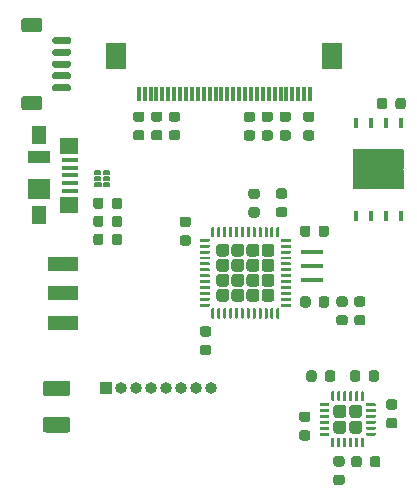
<source format=gbr>
%TF.GenerationSoftware,KiCad,Pcbnew,(5.1.6)-1*%
%TF.CreationDate,2020-07-04T15:59:08+08:00*%
%TF.ProjectId,24RF_Remote_Control,32345246-5f52-4656-9d6f-74655f436f6e,rev?*%
%TF.SameCoordinates,Original*%
%TF.FileFunction,Paste,Bot*%
%TF.FilePolarity,Positive*%
%FSLAX46Y46*%
G04 Gerber Fmt 4.6, Leading zero omitted, Abs format (unit mm)*
G04 Created by KiCad (PCBNEW (5.1.6)-1) date 2020-07-04 15:59:08*
%MOMM*%
%LPD*%
G01*
G04 APERTURE LIST*
%ADD10C,0.152400*%
%ADD11R,4.343400X3.454400*%
%ADD12R,0.381000X0.863600*%
%ADD13R,1.800000X2.200000*%
%ADD14R,0.300000X1.300000*%
%ADD15R,1.380000X0.450000*%
%ADD16R,1.550000X1.425000*%
%ADD17R,1.300000X1.650000*%
%ADD18R,1.900000X1.800000*%
%ADD19R,1.900000X1.000000*%
%ADD20O,1.000000X1.000000*%
%ADD21R,1.000000X1.000000*%
%ADD22R,2.500000X1.250000*%
%ADD23R,1.900000X0.400000*%
%ADD24R,0.520000X0.300000*%
%ADD25R,0.550000X0.300000*%
G04 APERTURE END LIST*
D10*
%TO.C,U7*%
X160959720Y-82017520D02*
X159711920Y-82017520D01*
X159711920Y-82017520D02*
X159711920Y-80490320D01*
X159711920Y-80490320D02*
X160959720Y-80490320D01*
X160959720Y-80490320D02*
X160959720Y-82017520D01*
X159511920Y-82017520D02*
X158264120Y-82017520D01*
X158264120Y-82017520D02*
X158264120Y-80490320D01*
X158264120Y-80490320D02*
X159511920Y-80490320D01*
X159511920Y-80490320D02*
X159511920Y-82017520D01*
X158064120Y-82017520D02*
X156816320Y-82017520D01*
X156816320Y-82017520D02*
X156816320Y-80490320D01*
X156816320Y-80490320D02*
X158064120Y-80490320D01*
X158064120Y-80490320D02*
X158064120Y-82017520D01*
X160959720Y-80290320D02*
X159711920Y-80290320D01*
X159711920Y-80290320D02*
X159711920Y-78763120D01*
X159711920Y-78763120D02*
X160959720Y-78763120D01*
X160959720Y-78763120D02*
X160959720Y-80290320D01*
X159511920Y-80290320D02*
X158264120Y-80290320D01*
X158264120Y-80290320D02*
X158264120Y-78763120D01*
X158264120Y-78763120D02*
X159511920Y-78763120D01*
X159511920Y-78763120D02*
X159511920Y-80290320D01*
X158064120Y-80290320D02*
X156816320Y-80290320D01*
X156816320Y-80290320D02*
X156816320Y-78763120D01*
X156816320Y-78763120D02*
X158064120Y-78763120D01*
X158064120Y-78763120D02*
X158064120Y-80290320D01*
%TO.C,U3*%
X134899673Y-81810447D02*
X134899673Y-81560231D01*
X134899673Y-81560231D02*
X135399860Y-81560231D01*
X135399860Y-81560231D02*
X135399860Y-81810447D01*
X135399860Y-81810447D02*
X134899673Y-81810447D01*
X134899673Y-81310448D02*
X134899673Y-81060232D01*
X134899673Y-81060232D02*
X135369888Y-81060232D01*
X135369888Y-81060232D02*
X135369888Y-81310448D01*
X135369888Y-81310448D02*
X134899673Y-81310448D01*
X134899673Y-80810449D02*
X134899673Y-80560233D01*
X134899673Y-80560233D02*
X135369888Y-80560233D01*
X135369888Y-80560233D02*
X135369888Y-80810449D01*
X135369888Y-80810449D02*
X134899673Y-80810449D01*
X135639672Y-80810449D02*
X135639672Y-80560233D01*
X135639672Y-80560233D02*
X136109887Y-80560233D01*
X136109887Y-80560233D02*
X136109887Y-80810449D01*
X136109887Y-80810449D02*
X135639672Y-80810449D01*
X135639672Y-81310448D02*
X135639672Y-81060232D01*
X135639672Y-81060232D02*
X136109887Y-81060232D01*
X136109887Y-81060232D02*
X136109887Y-81310448D01*
X136109887Y-81310448D02*
X135639672Y-81310448D01*
X135639672Y-81810447D02*
X135639672Y-81560231D01*
X135639672Y-81560231D02*
X136109887Y-81560231D01*
X136109887Y-81560231D02*
X136109887Y-81810447D01*
X136109887Y-81810447D02*
X135639672Y-81810447D01*
%TD*%
%TO.C,U4*%
G36*
G01*
X146270917Y-90774483D02*
X146270917Y-91358917D01*
G75*
G02*
X146020917Y-91608917I-250000J0D01*
G01*
X145436483Y-91608917D01*
G75*
G02*
X145186483Y-91358917I0J250000D01*
G01*
X145186483Y-90774483D01*
G75*
G02*
X145436483Y-90524483I250000J0D01*
G01*
X146020917Y-90524483D01*
G75*
G02*
X146270917Y-90774483I0J-250000D01*
G01*
G37*
G36*
G01*
X146270917Y-89499483D02*
X146270917Y-90083917D01*
G75*
G02*
X146020917Y-90333917I-250000J0D01*
G01*
X145436483Y-90333917D01*
G75*
G02*
X145186483Y-90083917I0J250000D01*
G01*
X145186483Y-89499483D01*
G75*
G02*
X145436483Y-89249483I250000J0D01*
G01*
X146020917Y-89249483D01*
G75*
G02*
X146270917Y-89499483I0J-250000D01*
G01*
G37*
G36*
G01*
X146270917Y-88224483D02*
X146270917Y-88808917D01*
G75*
G02*
X146020917Y-89058917I-250000J0D01*
G01*
X145436483Y-89058917D01*
G75*
G02*
X145186483Y-88808917I0J250000D01*
G01*
X145186483Y-88224483D01*
G75*
G02*
X145436483Y-87974483I250000J0D01*
G01*
X146020917Y-87974483D01*
G75*
G02*
X146270917Y-88224483I0J-250000D01*
G01*
G37*
G36*
G01*
X146270917Y-86949483D02*
X146270917Y-87533917D01*
G75*
G02*
X146020917Y-87783917I-250000J0D01*
G01*
X145436483Y-87783917D01*
G75*
G02*
X145186483Y-87533917I0J250000D01*
G01*
X145186483Y-86949483D01*
G75*
G02*
X145436483Y-86699483I250000J0D01*
G01*
X146020917Y-86699483D01*
G75*
G02*
X146270917Y-86949483I0J-250000D01*
G01*
G37*
G36*
G01*
X147545917Y-90774483D02*
X147545917Y-91358917D01*
G75*
G02*
X147295917Y-91608917I-250000J0D01*
G01*
X146711483Y-91608917D01*
G75*
G02*
X146461483Y-91358917I0J250000D01*
G01*
X146461483Y-90774483D01*
G75*
G02*
X146711483Y-90524483I250000J0D01*
G01*
X147295917Y-90524483D01*
G75*
G02*
X147545917Y-90774483I0J-250000D01*
G01*
G37*
G36*
G01*
X147545917Y-89499483D02*
X147545917Y-90083917D01*
G75*
G02*
X147295917Y-90333917I-250000J0D01*
G01*
X146711483Y-90333917D01*
G75*
G02*
X146461483Y-90083917I0J250000D01*
G01*
X146461483Y-89499483D01*
G75*
G02*
X146711483Y-89249483I250000J0D01*
G01*
X147295917Y-89249483D01*
G75*
G02*
X147545917Y-89499483I0J-250000D01*
G01*
G37*
G36*
G01*
X147545917Y-88224483D02*
X147545917Y-88808917D01*
G75*
G02*
X147295917Y-89058917I-250000J0D01*
G01*
X146711483Y-89058917D01*
G75*
G02*
X146461483Y-88808917I0J250000D01*
G01*
X146461483Y-88224483D01*
G75*
G02*
X146711483Y-87974483I250000J0D01*
G01*
X147295917Y-87974483D01*
G75*
G02*
X147545917Y-88224483I0J-250000D01*
G01*
G37*
G36*
G01*
X147545917Y-86949483D02*
X147545917Y-87533917D01*
G75*
G02*
X147295917Y-87783917I-250000J0D01*
G01*
X146711483Y-87783917D01*
G75*
G02*
X146461483Y-87533917I0J250000D01*
G01*
X146461483Y-86949483D01*
G75*
G02*
X146711483Y-86699483I250000J0D01*
G01*
X147295917Y-86699483D01*
G75*
G02*
X147545917Y-86949483I0J-250000D01*
G01*
G37*
G36*
G01*
X148820917Y-90774483D02*
X148820917Y-91358917D01*
G75*
G02*
X148570917Y-91608917I-250000J0D01*
G01*
X147986483Y-91608917D01*
G75*
G02*
X147736483Y-91358917I0J250000D01*
G01*
X147736483Y-90774483D01*
G75*
G02*
X147986483Y-90524483I250000J0D01*
G01*
X148570917Y-90524483D01*
G75*
G02*
X148820917Y-90774483I0J-250000D01*
G01*
G37*
G36*
G01*
X148820917Y-89499483D02*
X148820917Y-90083917D01*
G75*
G02*
X148570917Y-90333917I-250000J0D01*
G01*
X147986483Y-90333917D01*
G75*
G02*
X147736483Y-90083917I0J250000D01*
G01*
X147736483Y-89499483D01*
G75*
G02*
X147986483Y-89249483I250000J0D01*
G01*
X148570917Y-89249483D01*
G75*
G02*
X148820917Y-89499483I0J-250000D01*
G01*
G37*
G36*
G01*
X148820917Y-88224483D02*
X148820917Y-88808917D01*
G75*
G02*
X148570917Y-89058917I-250000J0D01*
G01*
X147986483Y-89058917D01*
G75*
G02*
X147736483Y-88808917I0J250000D01*
G01*
X147736483Y-88224483D01*
G75*
G02*
X147986483Y-87974483I250000J0D01*
G01*
X148570917Y-87974483D01*
G75*
G02*
X148820917Y-88224483I0J-250000D01*
G01*
G37*
G36*
G01*
X148820917Y-86949483D02*
X148820917Y-87533917D01*
G75*
G02*
X148570917Y-87783917I-250000J0D01*
G01*
X147986483Y-87783917D01*
G75*
G02*
X147736483Y-87533917I0J250000D01*
G01*
X147736483Y-86949483D01*
G75*
G02*
X147986483Y-86699483I250000J0D01*
G01*
X148570917Y-86699483D01*
G75*
G02*
X148820917Y-86949483I0J-250000D01*
G01*
G37*
G36*
G01*
X150095917Y-90774483D02*
X150095917Y-91358917D01*
G75*
G02*
X149845917Y-91608917I-250000J0D01*
G01*
X149261483Y-91608917D01*
G75*
G02*
X149011483Y-91358917I0J250000D01*
G01*
X149011483Y-90774483D01*
G75*
G02*
X149261483Y-90524483I250000J0D01*
G01*
X149845917Y-90524483D01*
G75*
G02*
X150095917Y-90774483I0J-250000D01*
G01*
G37*
G36*
G01*
X150095917Y-89499483D02*
X150095917Y-90083917D01*
G75*
G02*
X149845917Y-90333917I-250000J0D01*
G01*
X149261483Y-90333917D01*
G75*
G02*
X149011483Y-90083917I0J250000D01*
G01*
X149011483Y-89499483D01*
G75*
G02*
X149261483Y-89249483I250000J0D01*
G01*
X149845917Y-89249483D01*
G75*
G02*
X150095917Y-89499483I0J-250000D01*
G01*
G37*
G36*
G01*
X150095917Y-88224483D02*
X150095917Y-88808917D01*
G75*
G02*
X149845917Y-89058917I-250000J0D01*
G01*
X149261483Y-89058917D01*
G75*
G02*
X149011483Y-88808917I0J250000D01*
G01*
X149011483Y-88224483D01*
G75*
G02*
X149261483Y-87974483I250000J0D01*
G01*
X149845917Y-87974483D01*
G75*
G02*
X150095917Y-88224483I0J-250000D01*
G01*
G37*
G36*
G01*
X150095917Y-86949483D02*
X150095917Y-87533917D01*
G75*
G02*
X149845917Y-87783917I-250000J0D01*
G01*
X149261483Y-87783917D01*
G75*
G02*
X149011483Y-87533917I0J250000D01*
G01*
X149011483Y-86949483D01*
G75*
G02*
X149261483Y-86699483I250000J0D01*
G01*
X149845917Y-86699483D01*
G75*
G02*
X150095917Y-86949483I0J-250000D01*
G01*
G37*
G36*
G01*
X150516200Y-85341700D02*
X150516200Y-86091700D01*
G75*
G02*
X150453700Y-86154200I-62500J0D01*
G01*
X150328700Y-86154200D01*
G75*
G02*
X150266200Y-86091700I0J62500D01*
G01*
X150266200Y-85341700D01*
G75*
G02*
X150328700Y-85279200I62500J0D01*
G01*
X150453700Y-85279200D01*
G75*
G02*
X150516200Y-85341700I0J-62500D01*
G01*
G37*
G36*
G01*
X150016200Y-85341700D02*
X150016200Y-86091700D01*
G75*
G02*
X149953700Y-86154200I-62500J0D01*
G01*
X149828700Y-86154200D01*
G75*
G02*
X149766200Y-86091700I0J62500D01*
G01*
X149766200Y-85341700D01*
G75*
G02*
X149828700Y-85279200I62500J0D01*
G01*
X149953700Y-85279200D01*
G75*
G02*
X150016200Y-85341700I0J-62500D01*
G01*
G37*
G36*
G01*
X149516200Y-85341700D02*
X149516200Y-86091700D01*
G75*
G02*
X149453700Y-86154200I-62500J0D01*
G01*
X149328700Y-86154200D01*
G75*
G02*
X149266200Y-86091700I0J62500D01*
G01*
X149266200Y-85341700D01*
G75*
G02*
X149328700Y-85279200I62500J0D01*
G01*
X149453700Y-85279200D01*
G75*
G02*
X149516200Y-85341700I0J-62500D01*
G01*
G37*
G36*
G01*
X149016200Y-85341700D02*
X149016200Y-86091700D01*
G75*
G02*
X148953700Y-86154200I-62500J0D01*
G01*
X148828700Y-86154200D01*
G75*
G02*
X148766200Y-86091700I0J62500D01*
G01*
X148766200Y-85341700D01*
G75*
G02*
X148828700Y-85279200I62500J0D01*
G01*
X148953700Y-85279200D01*
G75*
G02*
X149016200Y-85341700I0J-62500D01*
G01*
G37*
G36*
G01*
X148516200Y-85341700D02*
X148516200Y-86091700D01*
G75*
G02*
X148453700Y-86154200I-62500J0D01*
G01*
X148328700Y-86154200D01*
G75*
G02*
X148266200Y-86091700I0J62500D01*
G01*
X148266200Y-85341700D01*
G75*
G02*
X148328700Y-85279200I62500J0D01*
G01*
X148453700Y-85279200D01*
G75*
G02*
X148516200Y-85341700I0J-62500D01*
G01*
G37*
G36*
G01*
X148016200Y-85341700D02*
X148016200Y-86091700D01*
G75*
G02*
X147953700Y-86154200I-62500J0D01*
G01*
X147828700Y-86154200D01*
G75*
G02*
X147766200Y-86091700I0J62500D01*
G01*
X147766200Y-85341700D01*
G75*
G02*
X147828700Y-85279200I62500J0D01*
G01*
X147953700Y-85279200D01*
G75*
G02*
X148016200Y-85341700I0J-62500D01*
G01*
G37*
G36*
G01*
X147516200Y-85341700D02*
X147516200Y-86091700D01*
G75*
G02*
X147453700Y-86154200I-62500J0D01*
G01*
X147328700Y-86154200D01*
G75*
G02*
X147266200Y-86091700I0J62500D01*
G01*
X147266200Y-85341700D01*
G75*
G02*
X147328700Y-85279200I62500J0D01*
G01*
X147453700Y-85279200D01*
G75*
G02*
X147516200Y-85341700I0J-62500D01*
G01*
G37*
G36*
G01*
X147016200Y-85341700D02*
X147016200Y-86091700D01*
G75*
G02*
X146953700Y-86154200I-62500J0D01*
G01*
X146828700Y-86154200D01*
G75*
G02*
X146766200Y-86091700I0J62500D01*
G01*
X146766200Y-85341700D01*
G75*
G02*
X146828700Y-85279200I62500J0D01*
G01*
X146953700Y-85279200D01*
G75*
G02*
X147016200Y-85341700I0J-62500D01*
G01*
G37*
G36*
G01*
X146516200Y-85341700D02*
X146516200Y-86091700D01*
G75*
G02*
X146453700Y-86154200I-62500J0D01*
G01*
X146328700Y-86154200D01*
G75*
G02*
X146266200Y-86091700I0J62500D01*
G01*
X146266200Y-85341700D01*
G75*
G02*
X146328700Y-85279200I62500J0D01*
G01*
X146453700Y-85279200D01*
G75*
G02*
X146516200Y-85341700I0J-62500D01*
G01*
G37*
G36*
G01*
X146016200Y-85341700D02*
X146016200Y-86091700D01*
G75*
G02*
X145953700Y-86154200I-62500J0D01*
G01*
X145828700Y-86154200D01*
G75*
G02*
X145766200Y-86091700I0J62500D01*
G01*
X145766200Y-85341700D01*
G75*
G02*
X145828700Y-85279200I62500J0D01*
G01*
X145953700Y-85279200D01*
G75*
G02*
X146016200Y-85341700I0J-62500D01*
G01*
G37*
G36*
G01*
X145516200Y-85341700D02*
X145516200Y-86091700D01*
G75*
G02*
X145453700Y-86154200I-62500J0D01*
G01*
X145328700Y-86154200D01*
G75*
G02*
X145266200Y-86091700I0J62500D01*
G01*
X145266200Y-85341700D01*
G75*
G02*
X145328700Y-85279200I62500J0D01*
G01*
X145453700Y-85279200D01*
G75*
G02*
X145516200Y-85341700I0J-62500D01*
G01*
G37*
G36*
G01*
X145016200Y-85341700D02*
X145016200Y-86091700D01*
G75*
G02*
X144953700Y-86154200I-62500J0D01*
G01*
X144828700Y-86154200D01*
G75*
G02*
X144766200Y-86091700I0J62500D01*
G01*
X144766200Y-85341700D01*
G75*
G02*
X144828700Y-85279200I62500J0D01*
G01*
X144953700Y-85279200D01*
G75*
G02*
X145016200Y-85341700I0J-62500D01*
G01*
G37*
G36*
G01*
X144641200Y-86341700D02*
X144641200Y-86466700D01*
G75*
G02*
X144578700Y-86529200I-62500J0D01*
G01*
X143828700Y-86529200D01*
G75*
G02*
X143766200Y-86466700I0J62500D01*
G01*
X143766200Y-86341700D01*
G75*
G02*
X143828700Y-86279200I62500J0D01*
G01*
X144578700Y-86279200D01*
G75*
G02*
X144641200Y-86341700I0J-62500D01*
G01*
G37*
G36*
G01*
X144641200Y-86841700D02*
X144641200Y-86966700D01*
G75*
G02*
X144578700Y-87029200I-62500J0D01*
G01*
X143828700Y-87029200D01*
G75*
G02*
X143766200Y-86966700I0J62500D01*
G01*
X143766200Y-86841700D01*
G75*
G02*
X143828700Y-86779200I62500J0D01*
G01*
X144578700Y-86779200D01*
G75*
G02*
X144641200Y-86841700I0J-62500D01*
G01*
G37*
G36*
G01*
X144641200Y-87341700D02*
X144641200Y-87466700D01*
G75*
G02*
X144578700Y-87529200I-62500J0D01*
G01*
X143828700Y-87529200D01*
G75*
G02*
X143766200Y-87466700I0J62500D01*
G01*
X143766200Y-87341700D01*
G75*
G02*
X143828700Y-87279200I62500J0D01*
G01*
X144578700Y-87279200D01*
G75*
G02*
X144641200Y-87341700I0J-62500D01*
G01*
G37*
G36*
G01*
X144641200Y-87841700D02*
X144641200Y-87966700D01*
G75*
G02*
X144578700Y-88029200I-62500J0D01*
G01*
X143828700Y-88029200D01*
G75*
G02*
X143766200Y-87966700I0J62500D01*
G01*
X143766200Y-87841700D01*
G75*
G02*
X143828700Y-87779200I62500J0D01*
G01*
X144578700Y-87779200D01*
G75*
G02*
X144641200Y-87841700I0J-62500D01*
G01*
G37*
G36*
G01*
X144641200Y-88341700D02*
X144641200Y-88466700D01*
G75*
G02*
X144578700Y-88529200I-62500J0D01*
G01*
X143828700Y-88529200D01*
G75*
G02*
X143766200Y-88466700I0J62500D01*
G01*
X143766200Y-88341700D01*
G75*
G02*
X143828700Y-88279200I62500J0D01*
G01*
X144578700Y-88279200D01*
G75*
G02*
X144641200Y-88341700I0J-62500D01*
G01*
G37*
G36*
G01*
X144641200Y-88841700D02*
X144641200Y-88966700D01*
G75*
G02*
X144578700Y-89029200I-62500J0D01*
G01*
X143828700Y-89029200D01*
G75*
G02*
X143766200Y-88966700I0J62500D01*
G01*
X143766200Y-88841700D01*
G75*
G02*
X143828700Y-88779200I62500J0D01*
G01*
X144578700Y-88779200D01*
G75*
G02*
X144641200Y-88841700I0J-62500D01*
G01*
G37*
G36*
G01*
X144641200Y-89341700D02*
X144641200Y-89466700D01*
G75*
G02*
X144578700Y-89529200I-62500J0D01*
G01*
X143828700Y-89529200D01*
G75*
G02*
X143766200Y-89466700I0J62500D01*
G01*
X143766200Y-89341700D01*
G75*
G02*
X143828700Y-89279200I62500J0D01*
G01*
X144578700Y-89279200D01*
G75*
G02*
X144641200Y-89341700I0J-62500D01*
G01*
G37*
G36*
G01*
X144641200Y-89841700D02*
X144641200Y-89966700D01*
G75*
G02*
X144578700Y-90029200I-62500J0D01*
G01*
X143828700Y-90029200D01*
G75*
G02*
X143766200Y-89966700I0J62500D01*
G01*
X143766200Y-89841700D01*
G75*
G02*
X143828700Y-89779200I62500J0D01*
G01*
X144578700Y-89779200D01*
G75*
G02*
X144641200Y-89841700I0J-62500D01*
G01*
G37*
G36*
G01*
X144641200Y-90341700D02*
X144641200Y-90466700D01*
G75*
G02*
X144578700Y-90529200I-62500J0D01*
G01*
X143828700Y-90529200D01*
G75*
G02*
X143766200Y-90466700I0J62500D01*
G01*
X143766200Y-90341700D01*
G75*
G02*
X143828700Y-90279200I62500J0D01*
G01*
X144578700Y-90279200D01*
G75*
G02*
X144641200Y-90341700I0J-62500D01*
G01*
G37*
G36*
G01*
X144641200Y-90841700D02*
X144641200Y-90966700D01*
G75*
G02*
X144578700Y-91029200I-62500J0D01*
G01*
X143828700Y-91029200D01*
G75*
G02*
X143766200Y-90966700I0J62500D01*
G01*
X143766200Y-90841700D01*
G75*
G02*
X143828700Y-90779200I62500J0D01*
G01*
X144578700Y-90779200D01*
G75*
G02*
X144641200Y-90841700I0J-62500D01*
G01*
G37*
G36*
G01*
X144641200Y-91341700D02*
X144641200Y-91466700D01*
G75*
G02*
X144578700Y-91529200I-62500J0D01*
G01*
X143828700Y-91529200D01*
G75*
G02*
X143766200Y-91466700I0J62500D01*
G01*
X143766200Y-91341700D01*
G75*
G02*
X143828700Y-91279200I62500J0D01*
G01*
X144578700Y-91279200D01*
G75*
G02*
X144641200Y-91341700I0J-62500D01*
G01*
G37*
G36*
G01*
X144641200Y-91841700D02*
X144641200Y-91966700D01*
G75*
G02*
X144578700Y-92029200I-62500J0D01*
G01*
X143828700Y-92029200D01*
G75*
G02*
X143766200Y-91966700I0J62500D01*
G01*
X143766200Y-91841700D01*
G75*
G02*
X143828700Y-91779200I62500J0D01*
G01*
X144578700Y-91779200D01*
G75*
G02*
X144641200Y-91841700I0J-62500D01*
G01*
G37*
G36*
G01*
X145016200Y-92216700D02*
X145016200Y-92966700D01*
G75*
G02*
X144953700Y-93029200I-62500J0D01*
G01*
X144828700Y-93029200D01*
G75*
G02*
X144766200Y-92966700I0J62500D01*
G01*
X144766200Y-92216700D01*
G75*
G02*
X144828700Y-92154200I62500J0D01*
G01*
X144953700Y-92154200D01*
G75*
G02*
X145016200Y-92216700I0J-62500D01*
G01*
G37*
G36*
G01*
X145516200Y-92216700D02*
X145516200Y-92966700D01*
G75*
G02*
X145453700Y-93029200I-62500J0D01*
G01*
X145328700Y-93029200D01*
G75*
G02*
X145266200Y-92966700I0J62500D01*
G01*
X145266200Y-92216700D01*
G75*
G02*
X145328700Y-92154200I62500J0D01*
G01*
X145453700Y-92154200D01*
G75*
G02*
X145516200Y-92216700I0J-62500D01*
G01*
G37*
G36*
G01*
X146016200Y-92216700D02*
X146016200Y-92966700D01*
G75*
G02*
X145953700Y-93029200I-62500J0D01*
G01*
X145828700Y-93029200D01*
G75*
G02*
X145766200Y-92966700I0J62500D01*
G01*
X145766200Y-92216700D01*
G75*
G02*
X145828700Y-92154200I62500J0D01*
G01*
X145953700Y-92154200D01*
G75*
G02*
X146016200Y-92216700I0J-62500D01*
G01*
G37*
G36*
G01*
X146516200Y-92216700D02*
X146516200Y-92966700D01*
G75*
G02*
X146453700Y-93029200I-62500J0D01*
G01*
X146328700Y-93029200D01*
G75*
G02*
X146266200Y-92966700I0J62500D01*
G01*
X146266200Y-92216700D01*
G75*
G02*
X146328700Y-92154200I62500J0D01*
G01*
X146453700Y-92154200D01*
G75*
G02*
X146516200Y-92216700I0J-62500D01*
G01*
G37*
G36*
G01*
X147016200Y-92216700D02*
X147016200Y-92966700D01*
G75*
G02*
X146953700Y-93029200I-62500J0D01*
G01*
X146828700Y-93029200D01*
G75*
G02*
X146766200Y-92966700I0J62500D01*
G01*
X146766200Y-92216700D01*
G75*
G02*
X146828700Y-92154200I62500J0D01*
G01*
X146953700Y-92154200D01*
G75*
G02*
X147016200Y-92216700I0J-62500D01*
G01*
G37*
G36*
G01*
X147516200Y-92216700D02*
X147516200Y-92966700D01*
G75*
G02*
X147453700Y-93029200I-62500J0D01*
G01*
X147328700Y-93029200D01*
G75*
G02*
X147266200Y-92966700I0J62500D01*
G01*
X147266200Y-92216700D01*
G75*
G02*
X147328700Y-92154200I62500J0D01*
G01*
X147453700Y-92154200D01*
G75*
G02*
X147516200Y-92216700I0J-62500D01*
G01*
G37*
G36*
G01*
X148016200Y-92216700D02*
X148016200Y-92966700D01*
G75*
G02*
X147953700Y-93029200I-62500J0D01*
G01*
X147828700Y-93029200D01*
G75*
G02*
X147766200Y-92966700I0J62500D01*
G01*
X147766200Y-92216700D01*
G75*
G02*
X147828700Y-92154200I62500J0D01*
G01*
X147953700Y-92154200D01*
G75*
G02*
X148016200Y-92216700I0J-62500D01*
G01*
G37*
G36*
G01*
X148516200Y-92216700D02*
X148516200Y-92966700D01*
G75*
G02*
X148453700Y-93029200I-62500J0D01*
G01*
X148328700Y-93029200D01*
G75*
G02*
X148266200Y-92966700I0J62500D01*
G01*
X148266200Y-92216700D01*
G75*
G02*
X148328700Y-92154200I62500J0D01*
G01*
X148453700Y-92154200D01*
G75*
G02*
X148516200Y-92216700I0J-62500D01*
G01*
G37*
G36*
G01*
X149016200Y-92216700D02*
X149016200Y-92966700D01*
G75*
G02*
X148953700Y-93029200I-62500J0D01*
G01*
X148828700Y-93029200D01*
G75*
G02*
X148766200Y-92966700I0J62500D01*
G01*
X148766200Y-92216700D01*
G75*
G02*
X148828700Y-92154200I62500J0D01*
G01*
X148953700Y-92154200D01*
G75*
G02*
X149016200Y-92216700I0J-62500D01*
G01*
G37*
G36*
G01*
X149516200Y-92216700D02*
X149516200Y-92966700D01*
G75*
G02*
X149453700Y-93029200I-62500J0D01*
G01*
X149328700Y-93029200D01*
G75*
G02*
X149266200Y-92966700I0J62500D01*
G01*
X149266200Y-92216700D01*
G75*
G02*
X149328700Y-92154200I62500J0D01*
G01*
X149453700Y-92154200D01*
G75*
G02*
X149516200Y-92216700I0J-62500D01*
G01*
G37*
G36*
G01*
X150016200Y-92216700D02*
X150016200Y-92966700D01*
G75*
G02*
X149953700Y-93029200I-62500J0D01*
G01*
X149828700Y-93029200D01*
G75*
G02*
X149766200Y-92966700I0J62500D01*
G01*
X149766200Y-92216700D01*
G75*
G02*
X149828700Y-92154200I62500J0D01*
G01*
X149953700Y-92154200D01*
G75*
G02*
X150016200Y-92216700I0J-62500D01*
G01*
G37*
G36*
G01*
X150516200Y-92216700D02*
X150516200Y-92966700D01*
G75*
G02*
X150453700Y-93029200I-62500J0D01*
G01*
X150328700Y-93029200D01*
G75*
G02*
X150266200Y-92966700I0J62500D01*
G01*
X150266200Y-92216700D01*
G75*
G02*
X150328700Y-92154200I62500J0D01*
G01*
X150453700Y-92154200D01*
G75*
G02*
X150516200Y-92216700I0J-62500D01*
G01*
G37*
G36*
G01*
X151516200Y-91841700D02*
X151516200Y-91966700D01*
G75*
G02*
X151453700Y-92029200I-62500J0D01*
G01*
X150703700Y-92029200D01*
G75*
G02*
X150641200Y-91966700I0J62500D01*
G01*
X150641200Y-91841700D01*
G75*
G02*
X150703700Y-91779200I62500J0D01*
G01*
X151453700Y-91779200D01*
G75*
G02*
X151516200Y-91841700I0J-62500D01*
G01*
G37*
G36*
G01*
X151516200Y-91341700D02*
X151516200Y-91466700D01*
G75*
G02*
X151453700Y-91529200I-62500J0D01*
G01*
X150703700Y-91529200D01*
G75*
G02*
X150641200Y-91466700I0J62500D01*
G01*
X150641200Y-91341700D01*
G75*
G02*
X150703700Y-91279200I62500J0D01*
G01*
X151453700Y-91279200D01*
G75*
G02*
X151516200Y-91341700I0J-62500D01*
G01*
G37*
G36*
G01*
X151516200Y-90841700D02*
X151516200Y-90966700D01*
G75*
G02*
X151453700Y-91029200I-62500J0D01*
G01*
X150703700Y-91029200D01*
G75*
G02*
X150641200Y-90966700I0J62500D01*
G01*
X150641200Y-90841700D01*
G75*
G02*
X150703700Y-90779200I62500J0D01*
G01*
X151453700Y-90779200D01*
G75*
G02*
X151516200Y-90841700I0J-62500D01*
G01*
G37*
G36*
G01*
X151516200Y-90341700D02*
X151516200Y-90466700D01*
G75*
G02*
X151453700Y-90529200I-62500J0D01*
G01*
X150703700Y-90529200D01*
G75*
G02*
X150641200Y-90466700I0J62500D01*
G01*
X150641200Y-90341700D01*
G75*
G02*
X150703700Y-90279200I62500J0D01*
G01*
X151453700Y-90279200D01*
G75*
G02*
X151516200Y-90341700I0J-62500D01*
G01*
G37*
G36*
G01*
X151516200Y-89841700D02*
X151516200Y-89966700D01*
G75*
G02*
X151453700Y-90029200I-62500J0D01*
G01*
X150703700Y-90029200D01*
G75*
G02*
X150641200Y-89966700I0J62500D01*
G01*
X150641200Y-89841700D01*
G75*
G02*
X150703700Y-89779200I62500J0D01*
G01*
X151453700Y-89779200D01*
G75*
G02*
X151516200Y-89841700I0J-62500D01*
G01*
G37*
G36*
G01*
X151516200Y-89341700D02*
X151516200Y-89466700D01*
G75*
G02*
X151453700Y-89529200I-62500J0D01*
G01*
X150703700Y-89529200D01*
G75*
G02*
X150641200Y-89466700I0J62500D01*
G01*
X150641200Y-89341700D01*
G75*
G02*
X150703700Y-89279200I62500J0D01*
G01*
X151453700Y-89279200D01*
G75*
G02*
X151516200Y-89341700I0J-62500D01*
G01*
G37*
G36*
G01*
X151516200Y-88841700D02*
X151516200Y-88966700D01*
G75*
G02*
X151453700Y-89029200I-62500J0D01*
G01*
X150703700Y-89029200D01*
G75*
G02*
X150641200Y-88966700I0J62500D01*
G01*
X150641200Y-88841700D01*
G75*
G02*
X150703700Y-88779200I62500J0D01*
G01*
X151453700Y-88779200D01*
G75*
G02*
X151516200Y-88841700I0J-62500D01*
G01*
G37*
G36*
G01*
X151516200Y-88341700D02*
X151516200Y-88466700D01*
G75*
G02*
X151453700Y-88529200I-62500J0D01*
G01*
X150703700Y-88529200D01*
G75*
G02*
X150641200Y-88466700I0J62500D01*
G01*
X150641200Y-88341700D01*
G75*
G02*
X150703700Y-88279200I62500J0D01*
G01*
X151453700Y-88279200D01*
G75*
G02*
X151516200Y-88341700I0J-62500D01*
G01*
G37*
G36*
G01*
X151516200Y-87841700D02*
X151516200Y-87966700D01*
G75*
G02*
X151453700Y-88029200I-62500J0D01*
G01*
X150703700Y-88029200D01*
G75*
G02*
X150641200Y-87966700I0J62500D01*
G01*
X150641200Y-87841700D01*
G75*
G02*
X150703700Y-87779200I62500J0D01*
G01*
X151453700Y-87779200D01*
G75*
G02*
X151516200Y-87841700I0J-62500D01*
G01*
G37*
G36*
G01*
X151516200Y-87341700D02*
X151516200Y-87466700D01*
G75*
G02*
X151453700Y-87529200I-62500J0D01*
G01*
X150703700Y-87529200D01*
G75*
G02*
X150641200Y-87466700I0J62500D01*
G01*
X150641200Y-87341700D01*
G75*
G02*
X150703700Y-87279200I62500J0D01*
G01*
X151453700Y-87279200D01*
G75*
G02*
X151516200Y-87341700I0J-62500D01*
G01*
G37*
G36*
G01*
X151516200Y-86841700D02*
X151516200Y-86966700D01*
G75*
G02*
X151453700Y-87029200I-62500J0D01*
G01*
X150703700Y-87029200D01*
G75*
G02*
X150641200Y-86966700I0J62500D01*
G01*
X150641200Y-86841700D01*
G75*
G02*
X150703700Y-86779200I62500J0D01*
G01*
X151453700Y-86779200D01*
G75*
G02*
X151516200Y-86841700I0J-62500D01*
G01*
G37*
G36*
G01*
X151516200Y-86341700D02*
X151516200Y-86466700D01*
G75*
G02*
X151453700Y-86529200I-62500J0D01*
G01*
X150703700Y-86529200D01*
G75*
G02*
X150641200Y-86466700I0J62500D01*
G01*
X150641200Y-86341700D01*
G75*
G02*
X150703700Y-86279200I62500J0D01*
G01*
X151453700Y-86279200D01*
G75*
G02*
X151516200Y-86341700I0J-62500D01*
G01*
G37*
%TD*%
D11*
%TO.C,U7*%
X158888020Y-80390320D03*
D12*
X160793020Y-76466020D03*
X159523020Y-76466020D03*
X158253020Y-76466020D03*
X156983020Y-76466020D03*
X156983020Y-84314620D03*
X158253020Y-84314620D03*
X159523020Y-84314620D03*
X160793020Y-84314620D03*
%TD*%
D13*
%TO.C,J4*%
X155018000Y-70789040D03*
X136718000Y-70789040D03*
D14*
X138618000Y-74039040D03*
X139118000Y-74039040D03*
X139618000Y-74039040D03*
X140118000Y-74039040D03*
X140618000Y-74039040D03*
X141118000Y-74039040D03*
X141618000Y-74039040D03*
X142118000Y-74039040D03*
X142618000Y-74039040D03*
X143118000Y-74039040D03*
X143618000Y-74039040D03*
X144118000Y-74039040D03*
X144618000Y-74039040D03*
X145118000Y-74039040D03*
X145618000Y-74039040D03*
X146118000Y-74039040D03*
X146618000Y-74039040D03*
X147118000Y-74039040D03*
X147618000Y-74039040D03*
X148118000Y-74039040D03*
X148618000Y-74039040D03*
X149118000Y-74039040D03*
X149618000Y-74039040D03*
X150118000Y-74039040D03*
X150618000Y-74039040D03*
X151118000Y-74039040D03*
X151618000Y-74039040D03*
X152118000Y-74039040D03*
X152618000Y-74039040D03*
X153118000Y-74039040D03*
%TD*%
%TO.C,C7*%
G36*
G01*
X155251460Y-97647370D02*
X155251460Y-98159870D01*
G75*
G02*
X155032710Y-98378620I-218750J0D01*
G01*
X154595210Y-98378620D01*
G75*
G02*
X154376460Y-98159870I0J218750D01*
G01*
X154376460Y-97647370D01*
G75*
G02*
X154595210Y-97428620I218750J0D01*
G01*
X155032710Y-97428620D01*
G75*
G02*
X155251460Y-97647370I0J-218750D01*
G01*
G37*
G36*
G01*
X153676460Y-97647370D02*
X153676460Y-98159870D01*
G75*
G02*
X153457710Y-98378620I-218750J0D01*
G01*
X153020210Y-98378620D01*
G75*
G02*
X152801460Y-98159870I0J218750D01*
G01*
X152801460Y-97647370D01*
G75*
G02*
X153020210Y-97428620I218750J0D01*
G01*
X153457710Y-97428620D01*
G75*
G02*
X153676460Y-97647370I0J-218750D01*
G01*
G37*
%TD*%
%TO.C,C8*%
G36*
G01*
X156499700Y-98152250D02*
X156499700Y-97639750D01*
G75*
G02*
X156718450Y-97421000I218750J0D01*
G01*
X157155950Y-97421000D01*
G75*
G02*
X157374700Y-97639750I0J-218750D01*
G01*
X157374700Y-98152250D01*
G75*
G02*
X157155950Y-98371000I-218750J0D01*
G01*
X156718450Y-98371000D01*
G75*
G02*
X156499700Y-98152250I0J218750D01*
G01*
G37*
G36*
G01*
X158074700Y-98152250D02*
X158074700Y-97639750D01*
G75*
G02*
X158293450Y-97421000I218750J0D01*
G01*
X158730950Y-97421000D01*
G75*
G02*
X158949700Y-97639750I0J-218750D01*
G01*
X158949700Y-98152250D01*
G75*
G02*
X158730950Y-98371000I-218750J0D01*
G01*
X158293450Y-98371000D01*
G75*
G02*
X158074700Y-98152250I0J218750D01*
G01*
G37*
%TD*%
%TO.C,C9*%
G36*
G01*
X158189400Y-105413930D02*
X158189400Y-104901430D01*
G75*
G02*
X158408150Y-104682680I218750J0D01*
G01*
X158845650Y-104682680D01*
G75*
G02*
X159064400Y-104901430I0J-218750D01*
G01*
X159064400Y-105413930D01*
G75*
G02*
X158845650Y-105632680I-218750J0D01*
G01*
X158408150Y-105632680D01*
G75*
G02*
X158189400Y-105413930I0J218750D01*
G01*
G37*
G36*
G01*
X156614400Y-105413930D02*
X156614400Y-104901430D01*
G75*
G02*
X156833150Y-104682680I218750J0D01*
G01*
X157270650Y-104682680D01*
G75*
G02*
X157489400Y-104901430I0J-218750D01*
G01*
X157489400Y-105413930D01*
G75*
G02*
X157270650Y-105632680I-218750J0D01*
G01*
X156833150Y-105632680D01*
G75*
G02*
X156614400Y-105413930I0J218750D01*
G01*
G37*
%TD*%
%TO.C,C10*%
G36*
G01*
X161227940Y-74574910D02*
X161227940Y-75087410D01*
G75*
G02*
X161009190Y-75306160I-218750J0D01*
G01*
X160571690Y-75306160D01*
G75*
G02*
X160352940Y-75087410I0J218750D01*
G01*
X160352940Y-74574910D01*
G75*
G02*
X160571690Y-74356160I218750J0D01*
G01*
X161009190Y-74356160D01*
G75*
G02*
X161227940Y-74574910I0J-218750D01*
G01*
G37*
G36*
G01*
X159652940Y-74574910D02*
X159652940Y-75087410D01*
G75*
G02*
X159434190Y-75306160I-218750J0D01*
G01*
X158996690Y-75306160D01*
G75*
G02*
X158777940Y-75087410I0J218750D01*
G01*
X158777940Y-74574910D01*
G75*
G02*
X158996690Y-74356160I218750J0D01*
G01*
X159434190Y-74356160D01*
G75*
G02*
X159652940Y-74574910I0J-218750D01*
G01*
G37*
%TD*%
%TO.C,C11*%
G36*
G01*
X160289810Y-102326480D02*
X159777310Y-102326480D01*
G75*
G02*
X159558560Y-102107730I0J218750D01*
G01*
X159558560Y-101670230D01*
G75*
G02*
X159777310Y-101451480I218750J0D01*
G01*
X160289810Y-101451480D01*
G75*
G02*
X160508560Y-101670230I0J-218750D01*
G01*
X160508560Y-102107730D01*
G75*
G02*
X160289810Y-102326480I-218750J0D01*
G01*
G37*
G36*
G01*
X160289810Y-100751480D02*
X159777310Y-100751480D01*
G75*
G02*
X159558560Y-100532730I0J218750D01*
G01*
X159558560Y-100095230D01*
G75*
G02*
X159777310Y-99876480I218750J0D01*
G01*
X160289810Y-99876480D01*
G75*
G02*
X160508560Y-100095230I0J-218750D01*
G01*
X160508560Y-100532730D01*
G75*
G02*
X160289810Y-100751480I-218750J0D01*
G01*
G37*
%TD*%
%TO.C,C12*%
G36*
G01*
X149243450Y-75509600D02*
X149755950Y-75509600D01*
G75*
G02*
X149974700Y-75728350I0J-218750D01*
G01*
X149974700Y-76165850D01*
G75*
G02*
X149755950Y-76384600I-218750J0D01*
G01*
X149243450Y-76384600D01*
G75*
G02*
X149024700Y-76165850I0J218750D01*
G01*
X149024700Y-75728350D01*
G75*
G02*
X149243450Y-75509600I218750J0D01*
G01*
G37*
G36*
G01*
X149243450Y-77084600D02*
X149755950Y-77084600D01*
G75*
G02*
X149974700Y-77303350I0J-218750D01*
G01*
X149974700Y-77740850D01*
G75*
G02*
X149755950Y-77959600I-218750J0D01*
G01*
X149243450Y-77959600D01*
G75*
G02*
X149024700Y-77740850I0J218750D01*
G01*
X149024700Y-77303350D01*
G75*
G02*
X149243450Y-77084600I218750J0D01*
G01*
G37*
%TD*%
%TO.C,C13*%
G36*
G01*
X151269410Y-76384600D02*
X150756910Y-76384600D01*
G75*
G02*
X150538160Y-76165850I0J218750D01*
G01*
X150538160Y-75728350D01*
G75*
G02*
X150756910Y-75509600I218750J0D01*
G01*
X151269410Y-75509600D01*
G75*
G02*
X151488160Y-75728350I0J-218750D01*
G01*
X151488160Y-76165850D01*
G75*
G02*
X151269410Y-76384600I-218750J0D01*
G01*
G37*
G36*
G01*
X151269410Y-77959600D02*
X150756910Y-77959600D01*
G75*
G02*
X150538160Y-77740850I0J218750D01*
G01*
X150538160Y-77303350D01*
G75*
G02*
X150756910Y-77084600I218750J0D01*
G01*
X151269410Y-77084600D01*
G75*
G02*
X151488160Y-77303350I0J-218750D01*
G01*
X151488160Y-77740850D01*
G75*
G02*
X151269410Y-77959600I-218750J0D01*
G01*
G37*
%TD*%
%TO.C,C14*%
G36*
G01*
X147729610Y-77084600D02*
X148242110Y-77084600D01*
G75*
G02*
X148460860Y-77303350I0J-218750D01*
G01*
X148460860Y-77740850D01*
G75*
G02*
X148242110Y-77959600I-218750J0D01*
G01*
X147729610Y-77959600D01*
G75*
G02*
X147510860Y-77740850I0J218750D01*
G01*
X147510860Y-77303350D01*
G75*
G02*
X147729610Y-77084600I218750J0D01*
G01*
G37*
G36*
G01*
X147729610Y-75509600D02*
X148242110Y-75509600D01*
G75*
G02*
X148460860Y-75728350I0J-218750D01*
G01*
X148460860Y-76165850D01*
G75*
G02*
X148242110Y-76384600I-218750J0D01*
G01*
X147729610Y-76384600D01*
G75*
G02*
X147510860Y-76165850I0J218750D01*
G01*
X147510860Y-75728350D01*
G75*
G02*
X147729610Y-75509600I218750J0D01*
G01*
G37*
%TD*%
%TO.C,C15*%
G36*
G01*
X139873390Y-75501980D02*
X140385890Y-75501980D01*
G75*
G02*
X140604640Y-75720730I0J-218750D01*
G01*
X140604640Y-76158230D01*
G75*
G02*
X140385890Y-76376980I-218750J0D01*
G01*
X139873390Y-76376980D01*
G75*
G02*
X139654640Y-76158230I0J218750D01*
G01*
X139654640Y-75720730D01*
G75*
G02*
X139873390Y-75501980I218750J0D01*
G01*
G37*
G36*
G01*
X139873390Y-77076980D02*
X140385890Y-77076980D01*
G75*
G02*
X140604640Y-77295730I0J-218750D01*
G01*
X140604640Y-77733230D01*
G75*
G02*
X140385890Y-77951980I-218750J0D01*
G01*
X139873390Y-77951980D01*
G75*
G02*
X139654640Y-77733230I0J218750D01*
G01*
X139654640Y-77295730D01*
G75*
G02*
X139873390Y-77076980I218750J0D01*
G01*
G37*
%TD*%
%TO.C,C16*%
G36*
G01*
X138357010Y-77076980D02*
X138869510Y-77076980D01*
G75*
G02*
X139088260Y-77295730I0J-218750D01*
G01*
X139088260Y-77733230D01*
G75*
G02*
X138869510Y-77951980I-218750J0D01*
G01*
X138357010Y-77951980D01*
G75*
G02*
X138138260Y-77733230I0J218750D01*
G01*
X138138260Y-77295730D01*
G75*
G02*
X138357010Y-77076980I218750J0D01*
G01*
G37*
G36*
G01*
X138357010Y-75501980D02*
X138869510Y-75501980D01*
G75*
G02*
X139088260Y-75720730I0J-218750D01*
G01*
X139088260Y-76158230D01*
G75*
G02*
X138869510Y-76376980I-218750J0D01*
G01*
X138357010Y-76376980D01*
G75*
G02*
X138138260Y-76158230I0J218750D01*
G01*
X138138260Y-75720730D01*
G75*
G02*
X138357010Y-75501980I218750J0D01*
G01*
G37*
%TD*%
%TO.C,C17*%
G36*
G01*
X130733179Y-98281720D02*
X132583181Y-98281720D01*
G75*
G02*
X132833180Y-98531719I0J-249999D01*
G01*
X132833180Y-99356721D01*
G75*
G02*
X132583181Y-99606720I-249999J0D01*
G01*
X130733179Y-99606720D01*
G75*
G02*
X130483180Y-99356721I0J249999D01*
G01*
X130483180Y-98531719D01*
G75*
G02*
X130733179Y-98281720I249999J0D01*
G01*
G37*
G36*
G01*
X130733179Y-101356720D02*
X132583181Y-101356720D01*
G75*
G02*
X132833180Y-101606719I0J-249999D01*
G01*
X132833180Y-102431721D01*
G75*
G02*
X132583181Y-102681720I-249999J0D01*
G01*
X130733179Y-102681720D01*
G75*
G02*
X130483180Y-102431721I0J249999D01*
G01*
X130483180Y-101606719D01*
G75*
G02*
X130733179Y-101356720I249999J0D01*
G01*
G37*
%TD*%
%TO.C,C18*%
G36*
G01*
X153259090Y-77957720D02*
X152746590Y-77957720D01*
G75*
G02*
X152527840Y-77738970I0J218750D01*
G01*
X152527840Y-77301470D01*
G75*
G02*
X152746590Y-77082720I218750J0D01*
G01*
X153259090Y-77082720D01*
G75*
G02*
X153477840Y-77301470I0J-218750D01*
G01*
X153477840Y-77738970D01*
G75*
G02*
X153259090Y-77957720I-218750J0D01*
G01*
G37*
G36*
G01*
X153259090Y-76382720D02*
X152746590Y-76382720D01*
G75*
G02*
X152527840Y-76163970I0J218750D01*
G01*
X152527840Y-75726470D01*
G75*
G02*
X152746590Y-75507720I218750J0D01*
G01*
X153259090Y-75507720D01*
G75*
G02*
X153477840Y-75726470I0J-218750D01*
G01*
X153477840Y-76163970D01*
G75*
G02*
X153259090Y-76382720I-218750J0D01*
G01*
G37*
%TD*%
%TO.C,C24*%
G36*
G01*
X155573610Y-92731660D02*
X156086110Y-92731660D01*
G75*
G02*
X156304860Y-92950410I0J-218750D01*
G01*
X156304860Y-93387910D01*
G75*
G02*
X156086110Y-93606660I-218750J0D01*
G01*
X155573610Y-93606660D01*
G75*
G02*
X155354860Y-93387910I0J218750D01*
G01*
X155354860Y-92950410D01*
G75*
G02*
X155573610Y-92731660I218750J0D01*
G01*
G37*
G36*
G01*
X155573610Y-91156660D02*
X156086110Y-91156660D01*
G75*
G02*
X156304860Y-91375410I0J-218750D01*
G01*
X156304860Y-91812910D01*
G75*
G02*
X156086110Y-92031660I-218750J0D01*
G01*
X155573610Y-92031660D01*
G75*
G02*
X155354860Y-91812910I0J218750D01*
G01*
X155354860Y-91375410D01*
G75*
G02*
X155573610Y-91156660I218750J0D01*
G01*
G37*
%TD*%
%TO.C,C27*%
G36*
G01*
X154721740Y-85384250D02*
X154721740Y-85896750D01*
G75*
G02*
X154502990Y-86115500I-218750J0D01*
G01*
X154065490Y-86115500D01*
G75*
G02*
X153846740Y-85896750I0J218750D01*
G01*
X153846740Y-85384250D01*
G75*
G02*
X154065490Y-85165500I218750J0D01*
G01*
X154502990Y-85165500D01*
G75*
G02*
X154721740Y-85384250I0J-218750D01*
G01*
G37*
G36*
G01*
X153146740Y-85384250D02*
X153146740Y-85896750D01*
G75*
G02*
X152927990Y-86115500I-218750J0D01*
G01*
X152490490Y-86115500D01*
G75*
G02*
X152271740Y-85896750I0J218750D01*
G01*
X152271740Y-85384250D01*
G75*
G02*
X152490490Y-85165500I218750J0D01*
G01*
X152927990Y-85165500D01*
G75*
G02*
X153146740Y-85384250I0J-218750D01*
G01*
G37*
%TD*%
%TO.C,C29*%
G36*
G01*
X144526570Y-94556420D02*
X144014070Y-94556420D01*
G75*
G02*
X143795320Y-94337670I0J218750D01*
G01*
X143795320Y-93900170D01*
G75*
G02*
X144014070Y-93681420I218750J0D01*
G01*
X144526570Y-93681420D01*
G75*
G02*
X144745320Y-93900170I0J-218750D01*
G01*
X144745320Y-94337670D01*
G75*
G02*
X144526570Y-94556420I-218750J0D01*
G01*
G37*
G36*
G01*
X144526570Y-96131420D02*
X144014070Y-96131420D01*
G75*
G02*
X143795320Y-95912670I0J218750D01*
G01*
X143795320Y-95475170D01*
G75*
G02*
X144014070Y-95256420I218750J0D01*
G01*
X144526570Y-95256420D01*
G75*
G02*
X144745320Y-95475170I0J-218750D01*
G01*
X144745320Y-95912670D01*
G75*
G02*
X144526570Y-96131420I-218750J0D01*
G01*
G37*
%TD*%
%TO.C,C31*%
G36*
G01*
X142296690Y-84406160D02*
X142809190Y-84406160D01*
G75*
G02*
X143027940Y-84624910I0J-218750D01*
G01*
X143027940Y-85062410D01*
G75*
G02*
X142809190Y-85281160I-218750J0D01*
G01*
X142296690Y-85281160D01*
G75*
G02*
X142077940Y-85062410I0J218750D01*
G01*
X142077940Y-84624910D01*
G75*
G02*
X142296690Y-84406160I218750J0D01*
G01*
G37*
G36*
G01*
X142296690Y-85981160D02*
X142809190Y-85981160D01*
G75*
G02*
X143027940Y-86199910I0J-218750D01*
G01*
X143027940Y-86637410D01*
G75*
G02*
X142809190Y-86856160I-218750J0D01*
G01*
X142296690Y-86856160D01*
G75*
G02*
X142077940Y-86637410I0J218750D01*
G01*
X142077940Y-86199910D01*
G75*
G02*
X142296690Y-85981160I218750J0D01*
G01*
G37*
%TD*%
%TO.C,C32*%
G36*
G01*
X150447890Y-83595280D02*
X150960390Y-83595280D01*
G75*
G02*
X151179140Y-83814030I0J-218750D01*
G01*
X151179140Y-84251530D01*
G75*
G02*
X150960390Y-84470280I-218750J0D01*
G01*
X150447890Y-84470280D01*
G75*
G02*
X150229140Y-84251530I0J218750D01*
G01*
X150229140Y-83814030D01*
G75*
G02*
X150447890Y-83595280I218750J0D01*
G01*
G37*
G36*
G01*
X150447890Y-82020280D02*
X150960390Y-82020280D01*
G75*
G02*
X151179140Y-82239030I0J-218750D01*
G01*
X151179140Y-82676530D01*
G75*
G02*
X150960390Y-82895280I-218750J0D01*
G01*
X150447890Y-82895280D01*
G75*
G02*
X150229140Y-82676530I0J218750D01*
G01*
X150229140Y-82239030D01*
G75*
G02*
X150447890Y-82020280I218750J0D01*
G01*
G37*
%TD*%
%TO.C,C33*%
G36*
G01*
X154731900Y-91366350D02*
X154731900Y-91878850D01*
G75*
G02*
X154513150Y-92097600I-218750J0D01*
G01*
X154075650Y-92097600D01*
G75*
G02*
X153856900Y-91878850I0J218750D01*
G01*
X153856900Y-91366350D01*
G75*
G02*
X154075650Y-91147600I218750J0D01*
G01*
X154513150Y-91147600D01*
G75*
G02*
X154731900Y-91366350I0J-218750D01*
G01*
G37*
G36*
G01*
X153156900Y-91366350D02*
X153156900Y-91878850D01*
G75*
G02*
X152938150Y-92097600I-218750J0D01*
G01*
X152500650Y-92097600D01*
G75*
G02*
X152281900Y-91878850I0J218750D01*
G01*
X152281900Y-91366350D01*
G75*
G02*
X152500650Y-91147600I218750J0D01*
G01*
X152938150Y-91147600D01*
G75*
G02*
X153156900Y-91366350I0J-218750D01*
G01*
G37*
%TD*%
D15*
%TO.C,J1*%
X132789020Y-82203400D03*
X132789020Y-81553400D03*
X132789020Y-80903400D03*
X132789020Y-80253400D03*
X132789020Y-79603400D03*
D16*
X132704020Y-83390900D03*
X132704020Y-78415900D03*
D17*
X130129020Y-84278400D03*
X130129020Y-77528400D03*
D18*
X130129020Y-82053400D03*
D19*
X130129020Y-79353400D03*
%TD*%
%TO.C,J2*%
G36*
G01*
X131460060Y-69190160D02*
X132710060Y-69190160D01*
G75*
G02*
X132860060Y-69340160I0J-150000D01*
G01*
X132860060Y-69640160D01*
G75*
G02*
X132710060Y-69790160I-150000J0D01*
G01*
X131460060Y-69790160D01*
G75*
G02*
X131310060Y-69640160I0J150000D01*
G01*
X131310060Y-69340160D01*
G75*
G02*
X131460060Y-69190160I150000J0D01*
G01*
G37*
G36*
G01*
X131460060Y-70190160D02*
X132710060Y-70190160D01*
G75*
G02*
X132860060Y-70340160I0J-150000D01*
G01*
X132860060Y-70640160D01*
G75*
G02*
X132710060Y-70790160I-150000J0D01*
G01*
X131460060Y-70790160D01*
G75*
G02*
X131310060Y-70640160I0J150000D01*
G01*
X131310060Y-70340160D01*
G75*
G02*
X131460060Y-70190160I150000J0D01*
G01*
G37*
G36*
G01*
X131460060Y-71190160D02*
X132710060Y-71190160D01*
G75*
G02*
X132860060Y-71340160I0J-150000D01*
G01*
X132860060Y-71640160D01*
G75*
G02*
X132710060Y-71790160I-150000J0D01*
G01*
X131460060Y-71790160D01*
G75*
G02*
X131310060Y-71640160I0J150000D01*
G01*
X131310060Y-71340160D01*
G75*
G02*
X131460060Y-71190160I150000J0D01*
G01*
G37*
G36*
G01*
X131460060Y-72190160D02*
X132710060Y-72190160D01*
G75*
G02*
X132860060Y-72340160I0J-150000D01*
G01*
X132860060Y-72640160D01*
G75*
G02*
X132710060Y-72790160I-150000J0D01*
G01*
X131460060Y-72790160D01*
G75*
G02*
X131310060Y-72640160I0J150000D01*
G01*
X131310060Y-72340160D01*
G75*
G02*
X131460060Y-72190160I150000J0D01*
G01*
G37*
G36*
G01*
X131460060Y-73190160D02*
X132710060Y-73190160D01*
G75*
G02*
X132860060Y-73340160I0J-150000D01*
G01*
X132860060Y-73640160D01*
G75*
G02*
X132710060Y-73790160I-150000J0D01*
G01*
X131460060Y-73790160D01*
G75*
G02*
X131310060Y-73640160I0J150000D01*
G01*
X131310060Y-73340160D01*
G75*
G02*
X131460060Y-73190160I150000J0D01*
G01*
G37*
G36*
G01*
X128910059Y-67590160D02*
X130210061Y-67590160D01*
G75*
G02*
X130460060Y-67840159I0J-249999D01*
G01*
X130460060Y-68540161D01*
G75*
G02*
X130210061Y-68790160I-249999J0D01*
G01*
X128910059Y-68790160D01*
G75*
G02*
X128660060Y-68540161I0J249999D01*
G01*
X128660060Y-67840159D01*
G75*
G02*
X128910059Y-67590160I249999J0D01*
G01*
G37*
G36*
G01*
X128910059Y-74190160D02*
X130210061Y-74190160D01*
G75*
G02*
X130460060Y-74440159I0J-249999D01*
G01*
X130460060Y-75140161D01*
G75*
G02*
X130210061Y-75390160I-249999J0D01*
G01*
X128910059Y-75390160D01*
G75*
G02*
X128660060Y-75140161I0J249999D01*
G01*
X128660060Y-74440159D01*
G75*
G02*
X128910059Y-74190160I249999J0D01*
G01*
G37*
%TD*%
D20*
%TO.C,J3*%
X144693460Y-98927240D03*
X143423460Y-98927240D03*
X142153460Y-98927240D03*
X140883460Y-98927240D03*
X139613460Y-98927240D03*
X138343460Y-98927240D03*
X137073460Y-98927240D03*
D21*
X135803460Y-98927240D03*
%TD*%
%TO.C,R8*%
G36*
G01*
X136329260Y-83537410D02*
X136329260Y-83024910D01*
G75*
G02*
X136548010Y-82806160I218750J0D01*
G01*
X136985510Y-82806160D01*
G75*
G02*
X137204260Y-83024910I0J-218750D01*
G01*
X137204260Y-83537410D01*
G75*
G02*
X136985510Y-83756160I-218750J0D01*
G01*
X136548010Y-83756160D01*
G75*
G02*
X136329260Y-83537410I0J218750D01*
G01*
G37*
G36*
G01*
X134754260Y-83537410D02*
X134754260Y-83024910D01*
G75*
G02*
X134973010Y-82806160I218750J0D01*
G01*
X135410510Y-82806160D01*
G75*
G02*
X135629260Y-83024910I0J-218750D01*
G01*
X135629260Y-83537410D01*
G75*
G02*
X135410510Y-83756160I-218750J0D01*
G01*
X134973010Y-83756160D01*
G75*
G02*
X134754260Y-83537410I0J218750D01*
G01*
G37*
%TD*%
%TO.C,R9*%
G36*
G01*
X135629260Y-84549910D02*
X135629260Y-85062410D01*
G75*
G02*
X135410510Y-85281160I-218750J0D01*
G01*
X134973010Y-85281160D01*
G75*
G02*
X134754260Y-85062410I0J218750D01*
G01*
X134754260Y-84549910D01*
G75*
G02*
X134973010Y-84331160I218750J0D01*
G01*
X135410510Y-84331160D01*
G75*
G02*
X135629260Y-84549910I0J-218750D01*
G01*
G37*
G36*
G01*
X137204260Y-84549910D02*
X137204260Y-85062410D01*
G75*
G02*
X136985510Y-85281160I-218750J0D01*
G01*
X136548010Y-85281160D01*
G75*
G02*
X136329260Y-85062410I0J218750D01*
G01*
X136329260Y-84549910D01*
G75*
G02*
X136548010Y-84331160I218750J0D01*
G01*
X136985510Y-84331160D01*
G75*
G02*
X137204260Y-84549910I0J-218750D01*
G01*
G37*
%TD*%
%TO.C,R10*%
G36*
G01*
X137204260Y-86074910D02*
X137204260Y-86587410D01*
G75*
G02*
X136985510Y-86806160I-218750J0D01*
G01*
X136548010Y-86806160D01*
G75*
G02*
X136329260Y-86587410I0J218750D01*
G01*
X136329260Y-86074910D01*
G75*
G02*
X136548010Y-85856160I218750J0D01*
G01*
X136985510Y-85856160D01*
G75*
G02*
X137204260Y-86074910I0J-218750D01*
G01*
G37*
G36*
G01*
X135629260Y-86074910D02*
X135629260Y-86587410D01*
G75*
G02*
X135410510Y-86806160I-218750J0D01*
G01*
X134973010Y-86806160D01*
G75*
G02*
X134754260Y-86587410I0J218750D01*
G01*
X134754260Y-86074910D01*
G75*
G02*
X134973010Y-85856160I218750J0D01*
G01*
X135410510Y-85856160D01*
G75*
G02*
X135629260Y-86074910I0J-218750D01*
G01*
G37*
%TD*%
%TO.C,R11*%
G36*
G01*
X155819410Y-107134700D02*
X155306910Y-107134700D01*
G75*
G02*
X155088160Y-106915950I0J218750D01*
G01*
X155088160Y-106478450D01*
G75*
G02*
X155306910Y-106259700I218750J0D01*
G01*
X155819410Y-106259700D01*
G75*
G02*
X156038160Y-106478450I0J-218750D01*
G01*
X156038160Y-106915950D01*
G75*
G02*
X155819410Y-107134700I-218750J0D01*
G01*
G37*
G36*
G01*
X155819410Y-105559700D02*
X155306910Y-105559700D01*
G75*
G02*
X155088160Y-105340950I0J218750D01*
G01*
X155088160Y-104903450D01*
G75*
G02*
X155306910Y-104684700I218750J0D01*
G01*
X155819410Y-104684700D01*
G75*
G02*
X156038160Y-104903450I0J-218750D01*
G01*
X156038160Y-105340950D01*
G75*
G02*
X155819410Y-105559700I-218750J0D01*
G01*
G37*
%TD*%
%TO.C,R12*%
G36*
G01*
X157592330Y-92031660D02*
X157079830Y-92031660D01*
G75*
G02*
X156861080Y-91812910I0J218750D01*
G01*
X156861080Y-91375410D01*
G75*
G02*
X157079830Y-91156660I218750J0D01*
G01*
X157592330Y-91156660D01*
G75*
G02*
X157811080Y-91375410I0J-218750D01*
G01*
X157811080Y-91812910D01*
G75*
G02*
X157592330Y-92031660I-218750J0D01*
G01*
G37*
G36*
G01*
X157592330Y-93606660D02*
X157079830Y-93606660D01*
G75*
G02*
X156861080Y-93387910I0J218750D01*
G01*
X156861080Y-92950410D01*
G75*
G02*
X157079830Y-92731660I218750J0D01*
G01*
X157592330Y-92731660D01*
G75*
G02*
X157811080Y-92950410I0J-218750D01*
G01*
X157811080Y-93387910D01*
G75*
G02*
X157592330Y-93606660I-218750J0D01*
G01*
G37*
%TD*%
%TO.C,R13*%
G36*
G01*
X152413850Y-102485260D02*
X152926350Y-102485260D01*
G75*
G02*
X153145100Y-102704010I0J-218750D01*
G01*
X153145100Y-103141510D01*
G75*
G02*
X152926350Y-103360260I-218750J0D01*
G01*
X152413850Y-103360260D01*
G75*
G02*
X152195100Y-103141510I0J218750D01*
G01*
X152195100Y-102704010D01*
G75*
G02*
X152413850Y-102485260I218750J0D01*
G01*
G37*
G36*
G01*
X152413850Y-100910260D02*
X152926350Y-100910260D01*
G75*
G02*
X153145100Y-101129010I0J-218750D01*
G01*
X153145100Y-101566510D01*
G75*
G02*
X152926350Y-101785260I-218750J0D01*
G01*
X152413850Y-101785260D01*
G75*
G02*
X152195100Y-101566510I0J218750D01*
G01*
X152195100Y-101129010D01*
G75*
G02*
X152413850Y-100910260I218750J0D01*
G01*
G37*
%TD*%
%TO.C,R14*%
G36*
G01*
X148637270Y-84481160D02*
X148124770Y-84481160D01*
G75*
G02*
X147906020Y-84262410I0J218750D01*
G01*
X147906020Y-83824910D01*
G75*
G02*
X148124770Y-83606160I218750J0D01*
G01*
X148637270Y-83606160D01*
G75*
G02*
X148856020Y-83824910I0J-218750D01*
G01*
X148856020Y-84262410D01*
G75*
G02*
X148637270Y-84481160I-218750J0D01*
G01*
G37*
G36*
G01*
X148637270Y-82906160D02*
X148124770Y-82906160D01*
G75*
G02*
X147906020Y-82687410I0J218750D01*
G01*
X147906020Y-82249910D01*
G75*
G02*
X148124770Y-82031160I218750J0D01*
G01*
X148637270Y-82031160D01*
G75*
G02*
X148856020Y-82249910I0J-218750D01*
G01*
X148856020Y-82687410D01*
G75*
G02*
X148637270Y-82906160I-218750J0D01*
G01*
G37*
%TD*%
%TO.C,R19*%
G36*
G01*
X141389310Y-77076980D02*
X141901810Y-77076980D01*
G75*
G02*
X142120560Y-77295730I0J-218750D01*
G01*
X142120560Y-77733230D01*
G75*
G02*
X141901810Y-77951980I-218750J0D01*
G01*
X141389310Y-77951980D01*
G75*
G02*
X141170560Y-77733230I0J218750D01*
G01*
X141170560Y-77295730D01*
G75*
G02*
X141389310Y-77076980I218750J0D01*
G01*
G37*
G36*
G01*
X141389310Y-75501980D02*
X141901810Y-75501980D01*
G75*
G02*
X142120560Y-75720730I0J-218750D01*
G01*
X142120560Y-76158230D01*
G75*
G02*
X141901810Y-76376980I-218750J0D01*
G01*
X141389310Y-76376980D01*
G75*
G02*
X141170560Y-76158230I0J218750D01*
G01*
X141170560Y-75720730D01*
G75*
G02*
X141389310Y-75501980I218750J0D01*
G01*
G37*
%TD*%
D22*
%TO.C,S1*%
X132201960Y-93400840D03*
X132201960Y-90900840D03*
X132201960Y-88400840D03*
%TD*%
%TO.C,U5*%
G36*
G01*
X153933800Y-102879480D02*
X153933800Y-102754480D01*
G75*
G02*
X153996300Y-102691980I62500J0D01*
G01*
X154696300Y-102691980D01*
G75*
G02*
X154758800Y-102754480I0J-62500D01*
G01*
X154758800Y-102879480D01*
G75*
G02*
X154696300Y-102941980I-62500J0D01*
G01*
X153996300Y-102941980D01*
G75*
G02*
X153933800Y-102879480I0J62500D01*
G01*
G37*
G36*
G01*
X153933800Y-102379480D02*
X153933800Y-102254480D01*
G75*
G02*
X153996300Y-102191980I62500J0D01*
G01*
X154696300Y-102191980D01*
G75*
G02*
X154758800Y-102254480I0J-62500D01*
G01*
X154758800Y-102379480D01*
G75*
G02*
X154696300Y-102441980I-62500J0D01*
G01*
X153996300Y-102441980D01*
G75*
G02*
X153933800Y-102379480I0J62500D01*
G01*
G37*
G36*
G01*
X153933800Y-101879480D02*
X153933800Y-101754480D01*
G75*
G02*
X153996300Y-101691980I62500J0D01*
G01*
X154696300Y-101691980D01*
G75*
G02*
X154758800Y-101754480I0J-62500D01*
G01*
X154758800Y-101879480D01*
G75*
G02*
X154696300Y-101941980I-62500J0D01*
G01*
X153996300Y-101941980D01*
G75*
G02*
X153933800Y-101879480I0J62500D01*
G01*
G37*
G36*
G01*
X153933800Y-101379480D02*
X153933800Y-101254480D01*
G75*
G02*
X153996300Y-101191980I62500J0D01*
G01*
X154696300Y-101191980D01*
G75*
G02*
X154758800Y-101254480I0J-62500D01*
G01*
X154758800Y-101379480D01*
G75*
G02*
X154696300Y-101441980I-62500J0D01*
G01*
X153996300Y-101441980D01*
G75*
G02*
X153933800Y-101379480I0J62500D01*
G01*
G37*
G36*
G01*
X153933800Y-100879480D02*
X153933800Y-100754480D01*
G75*
G02*
X153996300Y-100691980I62500J0D01*
G01*
X154696300Y-100691980D01*
G75*
G02*
X154758800Y-100754480I0J-62500D01*
G01*
X154758800Y-100879480D01*
G75*
G02*
X154696300Y-100941980I-62500J0D01*
G01*
X153996300Y-100941980D01*
G75*
G02*
X153933800Y-100879480I0J62500D01*
G01*
G37*
G36*
G01*
X153933800Y-100379480D02*
X153933800Y-100254480D01*
G75*
G02*
X153996300Y-100191980I62500J0D01*
G01*
X154696300Y-100191980D01*
G75*
G02*
X154758800Y-100254480I0J-62500D01*
G01*
X154758800Y-100379480D01*
G75*
G02*
X154696300Y-100441980I-62500J0D01*
G01*
X153996300Y-100441980D01*
G75*
G02*
X153933800Y-100379480I0J62500D01*
G01*
G37*
G36*
G01*
X154933800Y-99954480D02*
X154933800Y-99254480D01*
G75*
G02*
X154996300Y-99191980I62500J0D01*
G01*
X155121300Y-99191980D01*
G75*
G02*
X155183800Y-99254480I0J-62500D01*
G01*
X155183800Y-99954480D01*
G75*
G02*
X155121300Y-100016980I-62500J0D01*
G01*
X154996300Y-100016980D01*
G75*
G02*
X154933800Y-99954480I0J62500D01*
G01*
G37*
G36*
G01*
X155433800Y-99954480D02*
X155433800Y-99254480D01*
G75*
G02*
X155496300Y-99191980I62500J0D01*
G01*
X155621300Y-99191980D01*
G75*
G02*
X155683800Y-99254480I0J-62500D01*
G01*
X155683800Y-99954480D01*
G75*
G02*
X155621300Y-100016980I-62500J0D01*
G01*
X155496300Y-100016980D01*
G75*
G02*
X155433800Y-99954480I0J62500D01*
G01*
G37*
G36*
G01*
X155933800Y-99954480D02*
X155933800Y-99254480D01*
G75*
G02*
X155996300Y-99191980I62500J0D01*
G01*
X156121300Y-99191980D01*
G75*
G02*
X156183800Y-99254480I0J-62500D01*
G01*
X156183800Y-99954480D01*
G75*
G02*
X156121300Y-100016980I-62500J0D01*
G01*
X155996300Y-100016980D01*
G75*
G02*
X155933800Y-99954480I0J62500D01*
G01*
G37*
G36*
G01*
X156433800Y-99954480D02*
X156433800Y-99254480D01*
G75*
G02*
X156496300Y-99191980I62500J0D01*
G01*
X156621300Y-99191980D01*
G75*
G02*
X156683800Y-99254480I0J-62500D01*
G01*
X156683800Y-99954480D01*
G75*
G02*
X156621300Y-100016980I-62500J0D01*
G01*
X156496300Y-100016980D01*
G75*
G02*
X156433800Y-99954480I0J62500D01*
G01*
G37*
G36*
G01*
X156933800Y-99954480D02*
X156933800Y-99254480D01*
G75*
G02*
X156996300Y-99191980I62500J0D01*
G01*
X157121300Y-99191980D01*
G75*
G02*
X157183800Y-99254480I0J-62500D01*
G01*
X157183800Y-99954480D01*
G75*
G02*
X157121300Y-100016980I-62500J0D01*
G01*
X156996300Y-100016980D01*
G75*
G02*
X156933800Y-99954480I0J62500D01*
G01*
G37*
G36*
G01*
X157433800Y-99954480D02*
X157433800Y-99254480D01*
G75*
G02*
X157496300Y-99191980I62500J0D01*
G01*
X157621300Y-99191980D01*
G75*
G02*
X157683800Y-99254480I0J-62500D01*
G01*
X157683800Y-99954480D01*
G75*
G02*
X157621300Y-100016980I-62500J0D01*
G01*
X157496300Y-100016980D01*
G75*
G02*
X157433800Y-99954480I0J62500D01*
G01*
G37*
G36*
G01*
X157858800Y-100379480D02*
X157858800Y-100254480D01*
G75*
G02*
X157921300Y-100191980I62500J0D01*
G01*
X158621300Y-100191980D01*
G75*
G02*
X158683800Y-100254480I0J-62500D01*
G01*
X158683800Y-100379480D01*
G75*
G02*
X158621300Y-100441980I-62500J0D01*
G01*
X157921300Y-100441980D01*
G75*
G02*
X157858800Y-100379480I0J62500D01*
G01*
G37*
G36*
G01*
X157858800Y-100879480D02*
X157858800Y-100754480D01*
G75*
G02*
X157921300Y-100691980I62500J0D01*
G01*
X158621300Y-100691980D01*
G75*
G02*
X158683800Y-100754480I0J-62500D01*
G01*
X158683800Y-100879480D01*
G75*
G02*
X158621300Y-100941980I-62500J0D01*
G01*
X157921300Y-100941980D01*
G75*
G02*
X157858800Y-100879480I0J62500D01*
G01*
G37*
G36*
G01*
X157858800Y-101379480D02*
X157858800Y-101254480D01*
G75*
G02*
X157921300Y-101191980I62500J0D01*
G01*
X158621300Y-101191980D01*
G75*
G02*
X158683800Y-101254480I0J-62500D01*
G01*
X158683800Y-101379480D01*
G75*
G02*
X158621300Y-101441980I-62500J0D01*
G01*
X157921300Y-101441980D01*
G75*
G02*
X157858800Y-101379480I0J62500D01*
G01*
G37*
G36*
G01*
X157858800Y-101879480D02*
X157858800Y-101754480D01*
G75*
G02*
X157921300Y-101691980I62500J0D01*
G01*
X158621300Y-101691980D01*
G75*
G02*
X158683800Y-101754480I0J-62500D01*
G01*
X158683800Y-101879480D01*
G75*
G02*
X158621300Y-101941980I-62500J0D01*
G01*
X157921300Y-101941980D01*
G75*
G02*
X157858800Y-101879480I0J62500D01*
G01*
G37*
G36*
G01*
X157858800Y-102379480D02*
X157858800Y-102254480D01*
G75*
G02*
X157921300Y-102191980I62500J0D01*
G01*
X158621300Y-102191980D01*
G75*
G02*
X158683800Y-102254480I0J-62500D01*
G01*
X158683800Y-102379480D01*
G75*
G02*
X158621300Y-102441980I-62500J0D01*
G01*
X157921300Y-102441980D01*
G75*
G02*
X157858800Y-102379480I0J62500D01*
G01*
G37*
G36*
G01*
X157858800Y-102879480D02*
X157858800Y-102754480D01*
G75*
G02*
X157921300Y-102691980I62500J0D01*
G01*
X158621300Y-102691980D01*
G75*
G02*
X158683800Y-102754480I0J-62500D01*
G01*
X158683800Y-102879480D01*
G75*
G02*
X158621300Y-102941980I-62500J0D01*
G01*
X157921300Y-102941980D01*
G75*
G02*
X157858800Y-102879480I0J62500D01*
G01*
G37*
G36*
G01*
X157433800Y-103879480D02*
X157433800Y-103179480D01*
G75*
G02*
X157496300Y-103116980I62500J0D01*
G01*
X157621300Y-103116980D01*
G75*
G02*
X157683800Y-103179480I0J-62500D01*
G01*
X157683800Y-103879480D01*
G75*
G02*
X157621300Y-103941980I-62500J0D01*
G01*
X157496300Y-103941980D01*
G75*
G02*
X157433800Y-103879480I0J62500D01*
G01*
G37*
G36*
G01*
X156933800Y-103879480D02*
X156933800Y-103179480D01*
G75*
G02*
X156996300Y-103116980I62500J0D01*
G01*
X157121300Y-103116980D01*
G75*
G02*
X157183800Y-103179480I0J-62500D01*
G01*
X157183800Y-103879480D01*
G75*
G02*
X157121300Y-103941980I-62500J0D01*
G01*
X156996300Y-103941980D01*
G75*
G02*
X156933800Y-103879480I0J62500D01*
G01*
G37*
G36*
G01*
X156433800Y-103879480D02*
X156433800Y-103179480D01*
G75*
G02*
X156496300Y-103116980I62500J0D01*
G01*
X156621300Y-103116980D01*
G75*
G02*
X156683800Y-103179480I0J-62500D01*
G01*
X156683800Y-103879480D01*
G75*
G02*
X156621300Y-103941980I-62500J0D01*
G01*
X156496300Y-103941980D01*
G75*
G02*
X156433800Y-103879480I0J62500D01*
G01*
G37*
G36*
G01*
X155933800Y-103879480D02*
X155933800Y-103179480D01*
G75*
G02*
X155996300Y-103116980I62500J0D01*
G01*
X156121300Y-103116980D01*
G75*
G02*
X156183800Y-103179480I0J-62500D01*
G01*
X156183800Y-103879480D01*
G75*
G02*
X156121300Y-103941980I-62500J0D01*
G01*
X155996300Y-103941980D01*
G75*
G02*
X155933800Y-103879480I0J62500D01*
G01*
G37*
G36*
G01*
X155433800Y-103879480D02*
X155433800Y-103179480D01*
G75*
G02*
X155496300Y-103116980I62500J0D01*
G01*
X155621300Y-103116980D01*
G75*
G02*
X155683800Y-103179480I0J-62500D01*
G01*
X155683800Y-103879480D01*
G75*
G02*
X155621300Y-103941980I-62500J0D01*
G01*
X155496300Y-103941980D01*
G75*
G02*
X155433800Y-103879480I0J62500D01*
G01*
G37*
G36*
G01*
X154933800Y-103879480D02*
X154933800Y-103179480D01*
G75*
G02*
X154996300Y-103116980I62500J0D01*
G01*
X155121300Y-103116980D01*
G75*
G02*
X155183800Y-103179480I0J-62500D01*
G01*
X155183800Y-103879480D01*
G75*
G02*
X155121300Y-103941980I-62500J0D01*
G01*
X154996300Y-103941980D01*
G75*
G02*
X154933800Y-103879480I0J62500D01*
G01*
G37*
G36*
G01*
X155088800Y-102536980D02*
X155088800Y-101946980D01*
G75*
G02*
X155338800Y-101696980I250000J0D01*
G01*
X155928800Y-101696980D01*
G75*
G02*
X156178800Y-101946980I0J-250000D01*
G01*
X156178800Y-102536980D01*
G75*
G02*
X155928800Y-102786980I-250000J0D01*
G01*
X155338800Y-102786980D01*
G75*
G02*
X155088800Y-102536980I0J250000D01*
G01*
G37*
G36*
G01*
X155088800Y-101186980D02*
X155088800Y-100596980D01*
G75*
G02*
X155338800Y-100346980I250000J0D01*
G01*
X155928800Y-100346980D01*
G75*
G02*
X156178800Y-100596980I0J-250000D01*
G01*
X156178800Y-101186980D01*
G75*
G02*
X155928800Y-101436980I-250000J0D01*
G01*
X155338800Y-101436980D01*
G75*
G02*
X155088800Y-101186980I0J250000D01*
G01*
G37*
G36*
G01*
X156438800Y-102536980D02*
X156438800Y-101946980D01*
G75*
G02*
X156688800Y-101696980I250000J0D01*
G01*
X157278800Y-101696980D01*
G75*
G02*
X157528800Y-101946980I0J-250000D01*
G01*
X157528800Y-102536980D01*
G75*
G02*
X157278800Y-102786980I-250000J0D01*
G01*
X156688800Y-102786980D01*
G75*
G02*
X156438800Y-102536980I0J250000D01*
G01*
G37*
G36*
G01*
X156438800Y-101186980D02*
X156438800Y-100596980D01*
G75*
G02*
X156688800Y-100346980I250000J0D01*
G01*
X157278800Y-100346980D01*
G75*
G02*
X157528800Y-100596980I0J-250000D01*
G01*
X157528800Y-101186980D01*
G75*
G02*
X157278800Y-101436980I-250000J0D01*
G01*
X156688800Y-101436980D01*
G75*
G02*
X156438800Y-101186980I0J250000D01*
G01*
G37*
%TD*%
D23*
%TO.C,Y2*%
X153251740Y-87380520D03*
X153251740Y-88580520D03*
X153251740Y-89780520D03*
%TD*%
D24*
%TO.C,U3*%
X135874779Y-81685339D03*
X135874779Y-81185340D03*
X135874779Y-80685341D03*
X135134781Y-80685341D03*
X135134781Y-81185340D03*
D25*
X135149767Y-81685339D03*
%TD*%
M02*

</source>
